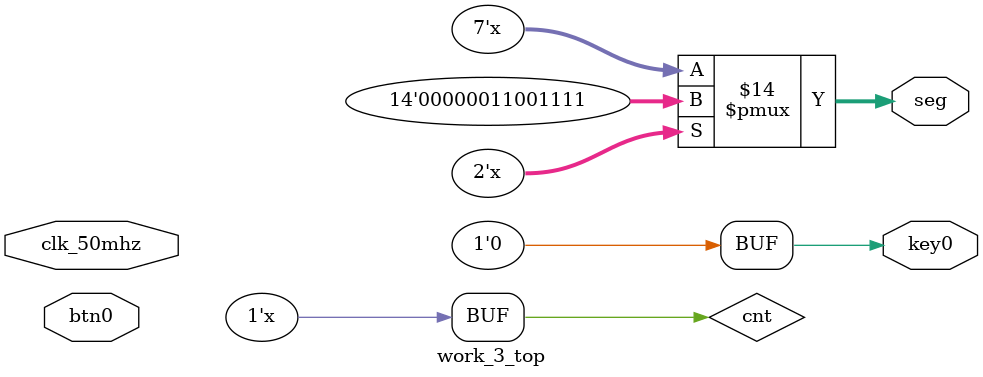
<source format=v>
`timescale 1ns / 1ps
module work_3_top(
clk_50mhz,
btn0,
seg,
key0
    );
	 input clk_50mhz;
	 input btn0;
	 output reg [6:0] seg;
	 output  key0;
	 assign key0=1'b0;
	 wire key_out;
	 
	 integer cnt2=1;
	 reg clk100hz;
	
	 reg cnt=0;
	 //100hz
	always@(posedge clk_50mhz)
	begin
		if(cnt2==250000)//25000000
		begin
		cnt2=1;
		clk100hz=~clk100hz;
		end
		else
			cnt2=cnt2+1; 
	end 
	 
	 reg key1,key2;
	 always@(posedge clk100hz)
	 begin
		key1<=btn0;
		key2<=key1;
	 end 
	 assign key_out=key1|key2;

	
	//moshi
	always@(key_out)
	begin
	if(key_out==1'b1)
	begin
		if(cnt==9)
			cnt<=0;
		else
			cnt<=cnt+1;
	end 
   end
	
	always@(cnt)
	begin
	  case(cnt)
		0: seg<=7'b0000001;
		1:	seg<=7'b1001111;
		2: seg<=7'b0010101;
		3:	seg<=7'b0000110;
		4:	seg<=7'b1001100;
		5:	seg<=7'b0100100;
		6:	seg<=7'b1100000;
		7:	seg<=7'b0001111;
		8:	seg<=7'b0000000;
		9: seg<=7'b0001100;
		default: seg<=7'b1111111;
		endcase
	end
	
	
endmodule

</source>
